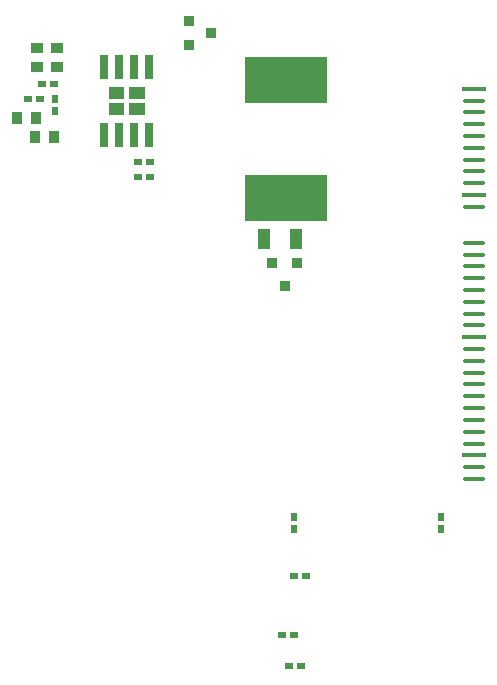
<source format=gtp>
G04*
G04 #@! TF.GenerationSoftware,Altium Limited,Altium Designer,19.0.10 (269)*
G04*
G04 Layer_Color=8421504*
%FSLAX24Y24*%
%MOIN*%
G70*
G01*
G75*
%ADD17R,0.0350X0.0320*%
%ADD18R,0.0320X0.0350*%
%ADD19R,0.2760X0.1570*%
%ADD20R,0.0433X0.0669*%
%ADD21O,0.0787X0.0138*%
%ADD22R,0.0787X0.0138*%
%ADD23R,0.0260X0.0800*%
%ADD24R,0.0394X0.0354*%
%ADD25R,0.0250X0.0200*%
%ADD26R,0.0354X0.0394*%
%ADD27R,0.0200X0.0250*%
G36*
X5770Y23045D02*
Y22645D01*
X6300D01*
Y23045D01*
X5770D01*
D02*
G37*
G36*
Y23605D02*
Y23205D01*
X6300D01*
Y23605D01*
X5770D01*
D02*
G37*
G36*
X6460Y23045D02*
Y22645D01*
X6990D01*
Y23045D01*
X6460D01*
D02*
G37*
G36*
Y23605D02*
Y23205D01*
X6990D01*
Y23605D01*
X6460D01*
D02*
G37*
D17*
X9182Y25380D02*
D03*
X8438Y24976D02*
D03*
Y25784D02*
D03*
D18*
X11640Y16968D02*
D03*
X11236Y17712D02*
D03*
X12044D02*
D03*
D19*
X11700Y23835D02*
D03*
Y19905D02*
D03*
D20*
X12021Y18530D02*
D03*
X10958D02*
D03*
D21*
X17950Y10525D02*
D03*
Y10919D02*
D03*
Y11706D02*
D03*
Y12100D02*
D03*
Y12494D02*
D03*
Y12887D02*
D03*
Y13281D02*
D03*
Y13675D02*
D03*
Y14069D02*
D03*
Y14462D02*
D03*
Y14856D02*
D03*
Y15643D02*
D03*
Y16037D02*
D03*
Y16431D02*
D03*
Y16824D02*
D03*
Y17218D02*
D03*
Y17612D02*
D03*
Y18006D02*
D03*
Y18399D02*
D03*
Y23136D02*
D03*
Y22743D02*
D03*
Y22349D02*
D03*
Y21955D02*
D03*
Y21561D02*
D03*
Y21168D02*
D03*
Y20774D02*
D03*
Y20380D02*
D03*
Y19593D02*
D03*
D22*
Y11313D02*
D03*
Y15250D02*
D03*
Y23530D02*
D03*
Y19987D02*
D03*
D23*
X7130Y22000D02*
D03*
X6630D02*
D03*
X6130D02*
D03*
X5630D02*
D03*
X7130Y24250D02*
D03*
X6630D02*
D03*
X6130D02*
D03*
X5630D02*
D03*
D24*
X4040Y24265D02*
D03*
Y24895D02*
D03*
X3380Y24885D02*
D03*
Y24255D02*
D03*
D25*
X7140Y21080D02*
D03*
X6740D02*
D03*
X3500Y23180D02*
D03*
X3100D02*
D03*
X11780Y4300D02*
D03*
X12180D02*
D03*
X11945Y7302D02*
D03*
X12345D02*
D03*
X11551Y5334D02*
D03*
X11951D02*
D03*
X6740Y20580D02*
D03*
X7140D02*
D03*
X3950Y23700D02*
D03*
X3550D02*
D03*
D26*
X3355Y22560D02*
D03*
X2725D02*
D03*
X3335Y21930D02*
D03*
X3965D02*
D03*
D27*
X16842Y8860D02*
D03*
Y9260D02*
D03*
X11951Y9271D02*
D03*
Y8871D02*
D03*
X3980Y22780D02*
D03*
Y23180D02*
D03*
M02*

</source>
